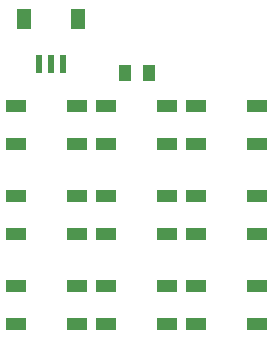
<source format=gbr>
G04 EAGLE Gerber RS-274X export*
G75*
%MOMM*%
%FSLAX34Y34*%
%LPD*%
%INSolderpaste Top*%
%IPPOS*%
%AMOC8*
5,1,8,0,0,1.08239X$1,22.5*%
G01*
%ADD10R,1.651000X1.000000*%
%ADD11R,1.100000X1.400000*%
%ADD12R,0.600000X1.550000*%
%ADD13R,1.200000X1.800000*%


D10*
X50430Y244600D03*
X101970Y244600D03*
X101970Y212600D03*
X50430Y212600D03*
X178170Y212600D03*
X126630Y212600D03*
X126630Y244600D03*
X178170Y244600D03*
X202830Y244600D03*
X254370Y244600D03*
X254370Y212600D03*
X202830Y212600D03*
X50430Y168400D03*
X101970Y168400D03*
X101970Y136400D03*
X50430Y136400D03*
X178170Y136400D03*
X126630Y136400D03*
X126630Y168400D03*
X178170Y168400D03*
X202830Y168400D03*
X254370Y168400D03*
X254370Y136400D03*
X202830Y136400D03*
X50430Y92200D03*
X101970Y92200D03*
X101970Y60200D03*
X50430Y60200D03*
X178170Y60200D03*
X126630Y60200D03*
X126630Y92200D03*
X178170Y92200D03*
X202830Y92200D03*
X254370Y92200D03*
X254370Y60200D03*
X202830Y60200D03*
D11*
X162400Y273050D03*
X142400Y273050D03*
D12*
X90000Y280000D03*
X80000Y280000D03*
X70000Y280000D03*
D13*
X103000Y318750D03*
X57000Y318750D03*
M02*

</source>
